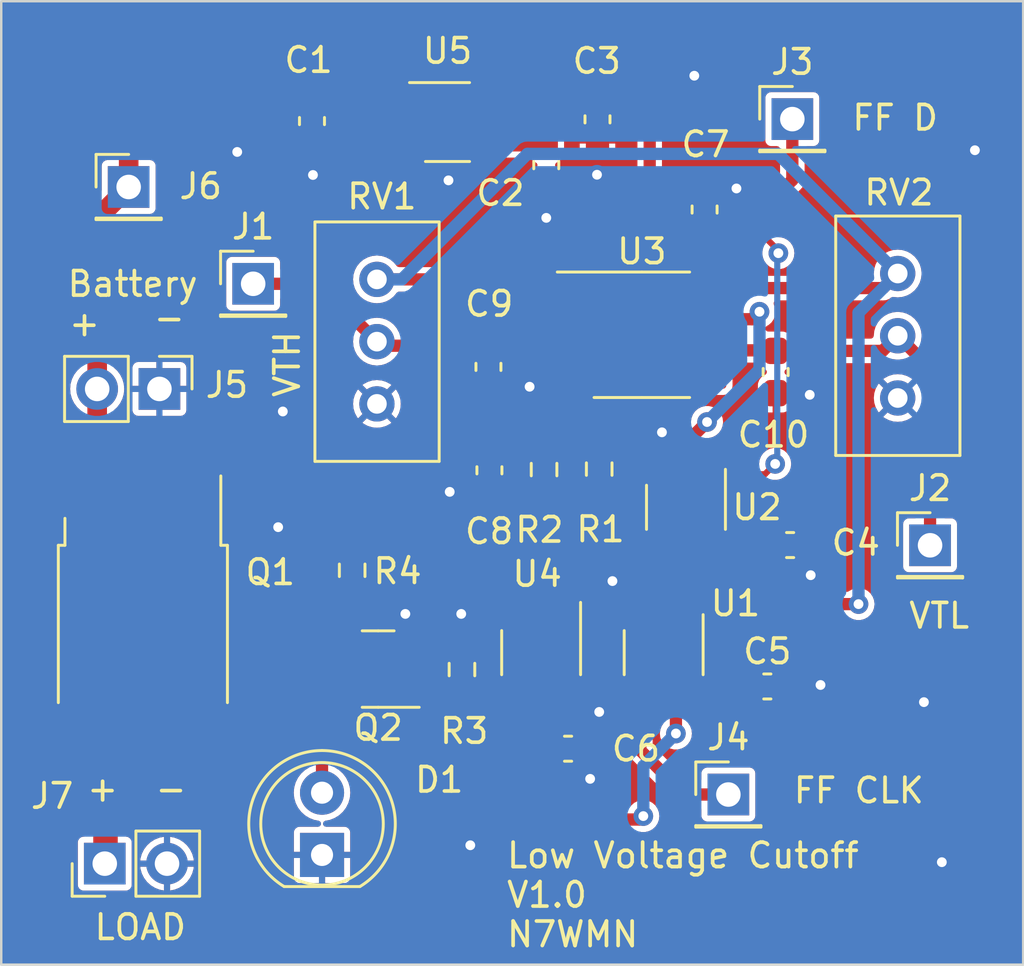
<source format=kicad_pcb>
(kicad_pcb (version 20221018) (generator pcbnew)
  (layers (0 "F.Cu" signal) (31 "B.Cu" signal) (34 "B.Paste" user) (35 "F.Paste" user) (36 "B.SilkS" user "B.Silkscreen") (37 "F.SilkS" user "F.Silkscreen") (38 "B.Mask" user) (39 "F.Mask" user) (44 "Edge.Cuts" user))
  (net 0 "")
  (net 1 "/VDD12")
  (net 2 "GND")
  (net 3 "Net-(U5-BP)")
  (net 4 "/VDD5")
  (net 5 "Net-(U3A-+)")
  (net 6 "Net-(J1-Pin_1)")
  (net 7 "Net-(J2-Pin_1)")
  (net 8 "Net-(D1-A)")
  (net 9 "Net-(J3-Pin_1)")
  (net 10 "Net-(J4-Pin_1)")
  (net 11 "Net-(J7-Pin_1)")
  (net 12 "Net-(Q2-G)")
  (net 13 "Net-(U1-Pad2)")
  (net 14 "Net-(U2-Pad2)")
  (footprint "Capacitor_SMD:C_0603_1608Metric_Pad1.08x0.95mm_HandSolder" (layer "F.Cu") (at 145.77 87.95 -90)
    (fp_text reference "C10" (at 2.56 0.09 -180) (layer "F.SilkS"))
    (fp_text value "0.1uF")
    (fp_line (start -0.146267 -0.51) (end 0.146267 -0.51) (stroke (width 0.12)) (layer "F.SilkS"))
    (fp_line (start -0.146267 0.51) (end 0.146267 0.51) (stroke (width 0.12)) (layer "F.SilkS"))
    (pad "1" smd roundrect (at -0.8625 0 270) (size 1.075 0.95) (layers "F.Cu" "F.Paste" "F.Mask") (net 7 "Net-(J2-Pin_1)"))
    (pad "2" smd roundrect (at 0.8625 0 270) (size 1.075 0.95) (layers "F.Cu" "F.Paste" "F.Mask") (net 2 "GND"))
  )
  (footprint "Connector_PinHeader_2.54mm:PinHeader_1x02_P2.54mm_Vertical" (layer "F.Cu") (at 118.395 108.01 90)
    (fp_text reference "J7" (at 2.76 -2.145 180) (layer "F.SilkS"))
    (fp_text value "Conn_01x02")
    (fp_line (start -1.33 -1.33) (end 0 -1.33) (stroke (width 0.12)) (layer "F.SilkS"))
    (fp_line (start -1.33 0) (end -1.33 -1.33) (stroke (width 0.12)) (layer "F.SilkS"))
    (fp_line (start -1.33 1.27) (end -1.33 3.87) (stroke (width 0.12)) (layer "F.SilkS"))
    (fp_line (start -1.33 1.27) (end 1.33 1.27) (stroke (width 0.12)) (layer "F.SilkS"))
    (fp_line (start -1.33 3.87) (end 1.33 3.87) (stroke (width 0.12)) (layer "F.SilkS"))
    (fp_line (start 1.33 1.27) (end 1.33 3.87) (stroke (width 0.12)) (layer "F.SilkS"))
    (pad "1" thru_hole rect (at 0 0 90) (size 1.7 1.7) (drill 1) (layers "*.Cu" "*.Mask") (net 11 "Net-(J7-Pin_1)"))
    (pad "2" thru_hole oval (at 0 2.54 90) (size 1.7 1.7) (drill 1) (layers "*.Cu" "*.Mask") (net 2 "GND"))
  )
  (footprint "Resistor_SMD:R_0603_1608Metric_Pad0.98x0.95mm_HandSolder" (layer "F.Cu") (at 138.57 91.91 90)
    (fp_text reference "R1" (at -2.46 0.05 180) (layer "F.SilkS"))
    (fp_text value "30K")
    (fp_line (start -0.254724 -0.5225) (end 0.254724 -0.5225) (stroke (width 0.12)) (layer "F.SilkS"))
    (fp_line (start -0.254724 0.5225) (end 0.254724 0.5225) (stroke (width 0.12)) (layer "F.SilkS"))
    (pad "1" smd roundrect (at -0.9125 0 90) (size 0.975 0.95) (layers "F.Cu" "F.Paste" "F.Mask") (net 1 "/VDD12"))
    (pad "2" smd roundrect (at 0.9125 0 90) (size 0.975 0.95) (layers "F.Cu" "F.Paste" "F.Mask") (net 5 "Net-(U3A-+)"))
  )
  (footprint "Resistor_SMD:R_0603_1608Metric_Pad0.98x0.95mm_HandSolder" (layer "F.Cu") (at 132.97 100.09 -90)
    (fp_text reference "R3" (at 2.51 -0.09 -180) (layer "F.SilkS"))
    (fp_text value "10K")
    (fp_line (start -0.254724 -0.5225) (end 0.254724 -0.5225) (stroke (width 0.12)) (layer "F.SilkS"))
    (fp_line (start -0.254724 0.5225) (end 0.254724 0.5225) (stroke (width 0.12)) (layer "F.SilkS"))
    (pad "1" smd roundrect (at -0.9125 0 270) (size 0.975 0.95) (layers "F.Cu" "F.Paste" "F.Mask") (net 2 "GND"))
    (pad "2" smd roundrect (at 0.9125 0 270) (size 0.975 0.95) (layers "F.Cu" "F.Paste" "F.Mask") (net 12 "Net-(Q2-G)"))
  )
  (footprint "Capacitor_SMD:C_0603_1608Metric_Pad1.08x0.95mm_HandSolder" (layer "F.Cu") (at 137.3 103.32)
    (fp_text reference "C6" (at 2.77 0) (layer "F.SilkS"))
    (fp_text value "0.1uF")
    (fp_line (start -0.146267 -0.51) (end 0.146267 -0.51) (stroke (width 0.12)) (layer "F.SilkS"))
    (fp_line (start -0.146267 0.51) (end 0.146267 0.51) (stroke (width 0.12)) (layer "F.SilkS"))
    (pad "1" smd roundrect (at -0.8625 0) (size 1.075 0.95) (layers "F.Cu" "F.Paste" "F.Mask") (net 4 "/VDD5"))
    (pad "2" smd roundrect (at 0.8625 0) (size 1.075 0.95) (layers "F.Cu" "F.Paste" "F.Mask") (net 2 "GND"))
  )
  (footprint "Potentiometer_THT:Potentiometer_Bourns_3296W_Vertical" (layer "F.Cu") (at 150.75 83.93 90)
    (fp_text reference "RV2" (at 3.3 0.05 180) (layer "F.SilkS"))
    (fp_text value "50K")
    (fp_line (start -7.425 -2.53) (end -7.425 2.54) (stroke (width 0.12)) (layer "F.SilkS"))
    (fp_line (start -7.425 -2.53) (end 2.345 -2.53) (stroke (width 0.12)) (layer "F.SilkS"))
    (fp_line (start -7.425 2.54) (end 2.345 2.54) (stroke (width 0.12)) (layer "F.SilkS"))
    (fp_line (start 2.345 -2.53) (end 2.345 2.54) (stroke (width 0.12)) (layer "F.SilkS"))
    (pad "1" thru_hole circle (at 0 0 90) (size 1.44 1.44) (drill 0.8) (layers "*.Cu" "*.Mask") (net 4 "/VDD5"))
    (pad "2" thru_hole circle (at -2.54 0 90) (size 1.44 1.44) (drill 0.8) (layers "*.Cu" "*.Mask") (net 7 "Net-(J2-Pin_1)"))
    (pad "3" thru_hole circle (at -5.08 0 90) (size 1.44 1.44) (drill 0.8) (layers "*.Cu" "*.Mask") (net 2 "GND"))
  )
  (footprint "Package_TO_SOT_SMD:SOT-23-5_HandSoldering" (layer "F.Cu") (at 142.11 93.47 -90)
    (fp_text reference "U2" (at 0 -2.9 -180) (layer "F.SilkS"))
    (fp_text value "74LVC1G86")
    (fp_line (start -0.9 1.61) (end 0.9 1.61) (stroke (width 0.12)) (layer "F.SilkS"))
    (fp_line (start 0.9 -1.61) (end -1.55 -1.61) (stroke (width 0.12)) (layer "F.SilkS"))
    (pad "1" smd rect (at -1.35 -0.95 270) (size 1.56 0.65) (layers "F.Cu" "F.Paste" "F.Mask") (net 9 "Net-(J3-Pin_1)"))
    (pad "2" smd rect (at -1.35 0 270) (size 1.56 0.65) (layers "F.Cu" "F.Paste" "F.Mask") (net 14 "Net-(U2-Pad2)"))
    (pad "3" smd rect (at -1.35 0.95 270) (size 1.56 0.65) (layers "F.Cu" "F.Paste" "F.Mask") (net 2 "GND"))
    (pad "4" smd rect (at 1.35 0.95 270) (size 1.56 0.65) (layers "F.Cu" "F.Paste" "F.Mask") (net 13 "Net-(U1-Pad2)"))
    (pad "5" smd rect (at 1.35 -0.95 270) (size 1.56 0.65) (layers "F.Cu" "F.Paste" "F.Mask") (net 4 "/VDD5"))
  )
  (footprint "Capacitor_SMD:C_0603_1608Metric_Pad1.08x0.95mm_HandSolder" (layer "F.Cu") (at 136.41 79.51 -90)
    (fp_text reference "C2" (at 1.14 1.87 -180) (layer "F.SilkS"))
    (fp_text value "10nF")
    (fp_line (start -0.146267 -0.51) (end 0.146267 -0.51) (stroke (width 0.12)) (layer "F.SilkS"))
    (fp_line (start -0.146267 0.51) (end 0.146267 0.51) (stroke (width 0.12)) (layer "F.SilkS"))
    (pad "1" smd roundrect (at -0.8625 0 270) (size 1.075 0.95) (layers "F.Cu" "F.Paste" "F.Mask") (net 3 "Net-(U5-BP)"))
    (pad "2" smd roundrect (at 0.8625 0 270) (size 1.075 0.95) (layers "F.Cu" "F.Paste" "F.Mask") (net 2 "GND"))
  )
  (footprint "Package_SO:SOIC-8_3.9x4.9mm_P1.27mm" (layer "F.Cu") (at 140.31 86.43)
    (fp_text reference "U3" (at 0 -3.4) (layer "F.SilkS"))
    (fp_text value "MCP6542")
    (fp_line (start 0 -2.56) (end -3.45 -2.56) (stroke (width 0.12)) (layer "F.SilkS"))
    (fp_line (start 0 -2.56) (end 1.95 -2.56) (stroke (width 0.12)) (layer "F.SilkS"))
    (fp_line (start 0 2.56) (end -1.95 2.56) (stroke (width 0.12)) (layer "F.SilkS"))
    (fp_line (start 0 2.56) (end 1.95 2.56) (stroke (width 0.12)) (layer "F.SilkS"))
    (pad "1" smd roundrect (at -2.475 -1.905) (size 1.95 0.6) (layers "F.Cu" "F.Paste" "F.Mask") (net 9 "Net-(J3-Pin_1)"))
    (pad "2" smd roundrect (at -2.475 -0.635) (size 1.95 0.6) (layers "F.Cu" "F.Paste" "F.Mask") (net 6 "Net-(J1-Pin_1)"))
    (pad "3" smd roundrect (at -2.475 0.635) (size 1.95 0.6) (layers "F.Cu" "F.Paste" "F.Mask") (net 5 "Net-(U3A-+)"))
    (pad "4" smd roundrect (at -2.475 1.905) (size 1.95 0.6) (layers "F.Cu" "F.Paste" "F.Mask") (net 2 "GND"))
    (pad "5" smd roundrect (at 2.475 1.905) (size 1.95 0.6) (layers "F.Cu" "F.Paste" "F.Mask") (net 5 "Net-(U3A-+)"))
    (pad "6" smd roundrect (at 2.475 0.635) (size 1.95 0.6) (layers "F.Cu" "F.Paste" "F.Mask") (net 7 "Net-(J2-Pin_1)"))
    (pad "7" smd roundrect (at 2.475 -0.635) (size 1.95 0.6) (layers "F.Cu" "F.Paste" "F.Mask") (net 14 "Net-(U2-Pad2)"))
    (pad "8" smd roundrect (at 2.475 -1.905) (size 1.95 0.6) (layers "F.Cu" "F.Paste" "F.Mask") (net 4 "/VDD5"))
  )
  (footprint "Connector_PinHeader_2.54mm:PinHeader_1x01_P2.54mm_Vertical" (layer "F.Cu") (at 152.07 95.02)
    (fp_text reference "J2" (at 0 -2.33) (layer "F.SilkS"))
    (fp_text value "VTL")
    (fp_line (start -1.33 -1.33) (end 0 -1.33) (stroke (width 0.12)) (layer "F.SilkS"))
    (fp_line (start -1.33 0) (end -1.33 -1.33) (stroke (width 0.12)) (layer "F.SilkS"))
    (fp_line (start -1.33 1.27) (end -1.33 1.33) (stroke (width 0.12)) (layer "F.SilkS"))
    (fp_line (start -1.33 1.27) (end 1.33 1.27) (stroke (width 0.12)) (layer "F.SilkS"))
    (fp_line (start -1.33 1.33) (end 1.33 1.33) (stroke (width 0.12)) (layer "F.SilkS"))
    (fp_line (start 1.33 1.27) (end 1.33 1.33) (stroke (width 0.12)) (layer "F.SilkS"))
    (pad "1" thru_hole rect (at 0 0) (size 1.7 1.7) (drill 1) (layers "*.Cu" "*.Mask") (net 7 "Net-(J2-Pin_1)"))
  )
  (footprint "Resistor_SMD:R_0603_1608Metric_Pad0.98x0.95mm_HandSolder" (layer "F.Cu") (at 136.32 91.93 90)
    (fp_text reference "R2" (at -2.46 -0.19 180) (layer "F.SilkS"))
    (fp_text value "10K")
    (fp_line (start -0.254724 -0.5225) (end 0.254724 -0.5225) (stroke (width 0.12)) (layer "F.SilkS"))
    (fp_line (start -0.254724 0.5225) (end 0.254724 0.5225) (stroke (width 0.12)) (layer "F.SilkS"))
    (pad "1" smd roundrect (at -0.9125 0 90) (size 0.975 0.95) (layers "F.Cu" "F.Paste" "F.Mask") (net 2 "GND"))
    (pad "2" smd roundrect (at 0.9125 0 90) (size 0.975 0.95) (layers "F.Cu" "F.Paste" "F.Mask") (net 5 "Net-(U3A-+)"))
  )
  (footprint "Capacitor_SMD:C_0603_1608Metric_Pad1.08x0.95mm_HandSolder" (layer "F.Cu") (at 145.43 100.78)
    (fp_text reference "C5" (at 0 -1.43) (layer "F.SilkS"))
    (fp_text value "0.1uF")
    (fp_line (start -0.146267 -0.51) (end 0.146267 -0.51) (stroke (width 0.12)) (layer "F.SilkS"))
    (fp_line (start -0.146267 0.51) (end 0.146267 0.51) (stroke (width 0.12)) (layer "F.SilkS"))
    (pad "1" smd roundrect (at -0.8625 0) (size 1.075 0.95) (layers "F.Cu" "F.Paste" "F.Mask") (net 4 "/VDD5"))
    (pad "2" smd roundrect (at 0.8625 0) (size 1.075 0.95) (layers "F.Cu" "F.Paste" "F.Mask") (net 2 "GND"))
  )
  (footprint "Connector_PinHeader_2.54mm:PinHeader_1x01_P2.54mm_Vertical" (layer "F.Cu") (at 124.45 84.35)
    (fp_text reference "J1" (at 0 -2.33) (layer "F.SilkS"))
    (fp_text value "VTH")
    (fp_line (start -1.33 -1.33) (end 0 -1.33) (stroke (width 0.12)) (layer "F.SilkS"))
    (fp_line (start -1.33 0) (end -1.33 -1.33) (stroke (width 0.12)) (layer "F.SilkS"))
    (fp_line (start -1.33 1.27) (end -1.33 1.33) (stroke (width 0.12)) (layer "F.SilkS"))
    (fp_line (start -1.33 1.27) (end 1.33 1.27) (stroke (width 0.12)) (layer "F.SilkS"))
    (fp_line (start -1.33 1.33) (end 1.33 1.33) (stroke (width 0.12)) (layer "F.SilkS"))
    (fp_line (start 1.33 1.27) (end 1.33 1.33) (stroke (width 0.12)) (layer "F.SilkS"))
    (pad "1" thru_hole rect (at 0 0) (size 1.7 1.7) (drill 1) (layers "*.Cu" "*.Mask") (net 6 "Net-(J1-Pin_1)"))
  )
  (footprint "Connector_PinHeader_2.54mm:PinHeader_1x01_P2.54mm_Vertical" (layer "F.Cu") (at 143.84 105.19)
    (fp_text reference "J4" (at 0 -2.33) (layer "F.SilkS"))
    (fp_text value "CLK")
    (fp_line (start -1.33 -1.33) (end 0 -1.33) (stroke (width 0.12)) (layer "F.SilkS"))
    (fp_line (start -1.33 0) (end -1.33 -1.33) (stroke (width 0.12)) (layer "F.SilkS"))
    (fp_line (start -1.33 1.27) (end -1.33 1.33) (stroke (width 0.12)) (layer "F.SilkS"))
    (fp_line (start -1.33 1.27) (end 1.33 1.27) (stroke (width 0.12)) (layer "F.SilkS"))
    (fp_line (start -1.33 1.33) (end 1.33 1.33) (stroke (width 0.12)) (layer "F.SilkS"))
    (fp_line (start 1.33 1.27) (end 1.33 1.33) (stroke (width 0.12)) (layer "F.SilkS"))
    (pad "1" thru_hole rect (at 0 0) (size 1.7 1.7) (drill 1) (layers "*.Cu" "*.Mask") (net 10 "Net-(J4-Pin_1)"))
  )
  (footprint "Connector_PinHeader_2.54mm:PinHeader_1x01_P2.54mm_Vertical" (layer "F.Cu") (at 146.45 77.63)
    (fp_text reference "J3" (at 0 -2.33) (layer "F.SilkS"))
    (fp_text value "D")
    (fp_line (start -1.33 -1.33) (end 0 -1.33) (stroke (width 0.12)) (layer "F.SilkS"))
    (fp_line (start -1.33 0) (end -1.33 -1.33) (stroke (width 0.12)) (layer "F.SilkS"))
    (fp_line (start -1.33 1.27) (end -1.33 1.33) (stroke (width 0.12)) (layer "F.SilkS"))
    (fp_line (start -1.33 1.27) (end 1.33 1.27) (stroke (width 0.12)) (layer "F.SilkS"))
    (fp_line (start -1.33 1.33) (end 1.33 1.33) (stroke (width 0.12)) (layer "F.SilkS"))
    (fp_line (start 1.33 1.27) (end 1.33 1.33) (stroke (width 0.12)) (layer "F.SilkS"))
    (pad "1" thru_hole rect (at 0 0) (size 1.7 1.7) (drill 1) (layers "*.Cu" "*.Mask") (net 9 "Net-(J3-Pin_1)"))
  )
  (footprint "Package_TO_SOT_SMD:SOT-23-5_HandSoldering" (layer "F.Cu") (at 132.38 77.75)
    (fp_text reference "U5" (at 0 -2.9) (layer "F.SilkS"))
    (fp_text value "LP2985-5.0")
    (fp_line (start -0.9 1.61) (end 0.9 1.61) (stroke (width 0.12)) (layer "F.SilkS"))
    (fp_line (start 0.9 -1.61) (end -1.55 -1.61) (stroke (width 0.12)) (layer "F.SilkS"))
    (pad "1" smd rect (at -1.35 -0.95) (size 1.56 0.65) (layers "F.Cu" "F.Paste" "F.Mask") (net 1 "/VDD12"))
    (pad "2" smd rect (at -1.35 0) (size 1.56 0.65) (layers "F.Cu" "F.Paste" "F.Mask") (net 2 "GND"))
    (pad "3" smd rect (at -1.35 0.95) (size 1.56 0.65) (layers "F.Cu" "F.Paste" "F.Mask") (net 1 "/VDD12"))
    (pad "4" smd rect (at 1.35 0.95) (size 1.56 0.65) (layers "F.Cu" "F.Paste" "F.Mask") (net 3 "Net-(U5-BP)"))
    (pad "5" smd rect (at 1.35 -0.95) (size 1.56 0.65) (layers "F.Cu" "F.Paste" "F.Mask") (net 4 "/VDD5"))
  )
  (footprint "Capacitor_SMD:C_0603_1608Metric_Pad1.08x0.95mm_HandSolder" (layer "F.Cu") (at 146.36 95.01)
    (fp_text reference "C4" (at 2.68 -0.09) (layer "F.SilkS"))
    (fp_text value "0.1uF")
    (fp_line (start -0.146267 -0.51) (end 0.146267 -0.51) (stroke (width 0.12)) (layer "F.SilkS"))
    (fp_line (start -0.146267 0.51) (end 0.146267 0.51) (stroke (width 0.12)) (layer "F.SilkS"))
    (pad "1" smd roundrect (at -0.8625 0) (size 1.075 0.95) (layers "F.Cu" "F.Paste" "F.Mask") (net 4 "/VDD5"))
    (pad "2" smd roundrect (at 0.8625 0) (size 1.075 0.95) (layers "F.Cu" "F.Paste" "F.Mask") (net 2 "GND"))
  )
  (footprint "Capacitor_SMD:C_0603_1608Metric_Pad1.08x0.95mm_HandSolder" (layer "F.Cu") (at 138.5 77.64 -90)
    (fp_text reference "C3" (at -2.38 0.03 -180) (layer "F.SilkS"))
    (fp_text value "2.2uF")
    (fp_line (start -0.146267 -0.51) (end 0.146267 -0.51) (stroke (width 0.12)) (layer "F.SilkS"))
    (fp_line (start -0.146267 0.51) (end 0.146267 0.51) (stroke (width 0.12)) (layer "F.SilkS"))
    (pad "1" smd roundrect (at -0.8625 0 270) (size 1.075 0.95) (layers "F.Cu" "F.Paste" "F.Mask") (net 4 "/VDD5"))
    (pad "2" smd roundrect (at 0.8625 0 270) (size 1.075 0.95) (layers "F.Cu" "F.Paste" "F.Mask") (net 2 "GND"))
  )
  (footprint "LED_THT:LED_D5.0mm" (layer "F.Cu") (at 127.26 107.655 90)
    (fp_text reference "D1" (at 3.065 4.78 180) (layer "F.SilkS"))
    (fp_text value "LED")
    (fp_line (start -1.29 -1.545) (end -1.29 1.545) (stroke (width 0.12)) (layer "F.SilkS"))
    (fp_arc (start -1.29 -1.54483) (mid 2.072002 -2.880433) (end 4.26 0.000462) (stroke (width 0.12)) (layer "F.SilkS"))
    (fp_arc (start 4.26 -0.000462) (mid 2.072002 2.880433) (end -1.29 1.54483) (stroke (width 0.12)) (layer "F.SilkS"))
    (fp_circle (center 1.27 0) (end 3.77 0) (stroke (width 0.12)) (fill none) (layer "F.SilkS"))
    (pad "1" thru_hole rect (at 0 0 90) (size 1.8 1.8) (drill 0.9) (layers "*.Cu" "*.Mask") (net 2 "GND"))
    (pad "2" thru_hole circle (at 2.54 0 90) (size 1.8 1.8) (drill 0.9) (layers "*.Cu" "*.Mask") (net 8 "Net-(D1-A)"))
  )
  (footprint "Capacitor_SMD:C_0603_1608Metric_Pad1.08x0.95mm_HandSolder" (layer "F.Cu") (at 142.87 81.32 90)
    (fp_text reference "C7" (at 2.66 0.04 180) (layer "F.SilkS"))
    (fp_text value "0.1uF")
    (fp_line (start -0.146267 -0.51) (end 0.146267 -0.51) (stroke (width 0.12)) (layer "F.SilkS"))
    (fp_line (start -0.146267 0.51) (end 0.146267 0.51) (stroke (width 0.12)) (layer "F.SilkS"))
    (pad "1" smd roundrect (at -0.8625 0 90) (size 1.075 0.95) (layers "F.Cu" "F.Paste" "F.Mask") (net 4 "/VDD5"))
    (pad "2" smd roundrect (at 0.8625 0 90) (size 1.075 0.95) (layers "F.Cu" "F.Paste" "F.Mask") (net 2 "GND"))
  )
  (footprint "Package_TO_SOT_SMD:SOT-23-5_HandSoldering" (layer "F.Cu") (at 141.2 99.4 -90)
    (fp_text reference "U1" (at -2.01 -2.93 -180) (layer "F.SilkS"))
    (fp_text value "74LVC1G04")
    (fp_line (start -0.9 1.61) (end 0.9 1.61) (stroke (width 0.12)) (layer "F.SilkS"))
    (fp_line (start 0.9 -1.61) (end -1.55 -1.61) (stroke (width 0.12)) (layer "F.SilkS"))
    (pad "1" smd rect (at -1.35 -0.95 270) (size 1.56 0.65) (layers "F.Cu" "F.Paste" "F.Mask"))
    (pad "2" smd rect (at -1.35 0 270) (size 1.56 0.65) (layers "F.Cu" "F.Paste" "F.Mask") (net 13 "Net-(U1-Pad2)"))
    (pad "3" smd rect (at -1.35 0.95 270) (size 1.56 0.65) (layers "F.Cu" "F.Paste" "F.Mask") (net 2 "GND"))
    (pad "4" smd rect (at 1.35 0.95 270) (size 1.56 0.65) (layers "F.Cu" "F.Paste" "F.Mask") (net 10 "Net-(J4-Pin_1)"))
    (pad "5" smd rect (at 1.35 -0.95 270) (size 1.56 0.65) (layers "F.Cu" "F.Paste" "F.Mask") (net 4 "/VDD5"))
  )
  (footprint "Package_TO_SOT_SMD:SOT-23-6_Handsoldering" (layer "F.Cu") (at 136.2 99.4 -90)
    (fp_text reference "U4" (at -3.21 0.16 -180) (layer "F.SilkS"))
    (fp_text value "74LVC1G374")
    (fp_line (start -0.9 1.61) (end 0.9 1.61) (stroke (width 0.12)) (layer "F.SilkS"))
    (fp_line (start 0.9 -1.61) (end -2.05 -1.61) (stroke (width 0.12)) (layer "F.SilkS"))
    (pad "1" smd rect (at -1.35 -0.95 270) (size 1.56 0.65) (layers "F.Cu" "F.Paste" "F.Mask") (net 10 "Net-(J4-Pin_1)"))
    (pad "2" smd rect (at -1.35 0 270) (size 1.56 0.65) (layers "F.Cu" "F.Paste" "F.Mask") (net 2 "GND"))
    (pad "3" smd rect (at -1.35 0.95 270) (size 1.56 0.65) (layers "F.Cu" "F.Paste" "F.Mask") (net 9 "Net-(J3-Pin_1)"))
    (pad "4" smd rect (at 1.35 0.95 270) (size 1.56 0.65) (layers "F.Cu" "F.Paste" "F.Mask") (net 12 "Net-(Q2-G)"))
    (pad "5" smd rect (at 1.35 0 270) (size 1.56 0.65) (layers "F.Cu" "F.Paste" "F.Mask") (net 4 "/VDD5"))
    (pad "6" smd rect (at 1.35 -0.95 270) (size 1.56 0.65) (layers "F.Cu" "F.Paste" "F.Mask") (net 2 "GND"))
  )
  (footprint "Connector_PinHeader_2.54mm:PinHeader_1x02_P2.54mm_Vertical" (layer "F.Cu") (at 120.625 88.64 -90)
    (fp_text reference "J5" (at -0.16 -2.755 -180) (layer "F.SilkS"))
    (fp_text value "Conn_01x02")
    (fp_line (start -1.33 -1.33) (end 0 -1.33) (stroke (width 0.12)) (layer "F.SilkS"))
    (fp_line (start -1.33 0) (end -1.33 -1.33) (stroke (width 0.12)) (layer "F.SilkS"))
    (fp_line (start -1.33 1.27) (end -1.33 3.87) (stroke (width 0.12)) (layer "F.SilkS"))
    (fp_line (start -1.33 1.27) (end 1.33 1.27) (stroke (width 0.12)) (layer "F.SilkS"))
    (fp_line (start -1.33 3.87) (end 1.33 3.87) (stroke (width 0.12)) (layer "F.SilkS"))
    (fp_line (start 1.33 1.27) (end 1.33 3.87) (stroke (width 0.12)) (layer "F.SilkS"))
    (pad "1" thru_hole rect (at 0 0 270) (size 1.7 1.7) (drill 1) (layers "*.Cu" "*.Mask") (net 2 "GND"))
    (pad "2" thru_hole oval (at 0 2.54 270) (size 1.7 1.7) (drill 1) (layers "*.Cu" "*.Mask") (net 1 "/VDD12"))
  )
  (footprint "Package_TO_SOT_SMD:SOT-23" (layer "F.Cu") (at 129.55 100.07 180)
    (fp_text reference "Q2" (at 0 -2.4) (layer "F.SilkS"))
    (fp_text value "2N7002")
    (fp_line (start 0 -1.56) (end -1.675 -1.56) (stroke (width 0.12)) (layer "F.SilkS"))
    (fp_line (start 0 -1.56) (end 0.65 -1.56) (stroke (width 0.12)) (layer "F.SilkS"))
    (fp_line (start 0 1.56) (end -0.65 1.56) (stroke (width 0.12)) (layer "F.SilkS"))
    (fp_line (start 0 1.56) (end 0.65 1.56) (stroke (width 0.12)) (layer "F.SilkS"))
    (pad "1" smd roundrect (at -0.9375 -0.95 180) (size 1.475 0.6) (layers "F.Cu" "F.Paste" "F.Mask") (net 12 "Net-(Q2-G)"))
    (pad "2" smd roundrect (at -0.9375 0.95 180) (size 1.475 0.6) (layers "F.Cu" "F.Paste" "F.Mask") (net 2 "GND"))
    (pad "3" smd roundrect (at 0.9375 0 180) (size 1.475 0.6) (layers "F.Cu" "F.Paste" "F.Mask") (net 8 "Net-(D1-A)"))
  )
  (footprint "Connector_PinHeader_2.54mm:PinHeader_1x01_P2.54mm_Vertical" (layer "F.Cu") (at 119.37 80.4)
    (fp_text reference "J6" (at 2.94 -0.03) (layer "F.SilkS"))
    (fp_text value "VDD12")
    (fp_line (start -1.33 -1.33) (end 0 -1.33) (stroke (width 0.12)) (layer "F.SilkS"))
    (fp_line (start -1.33 0) (end -1.33 -1.33) (stroke (width 0.12)) (layer "F.SilkS"))
    (fp_line (start -1.33 1.27) (end -1.33 1.33) (stroke (width 0.12)) (layer "F.SilkS"))
    (fp_line (start -1.33 1.27) (end 1.33 1.27) (stroke (width 0.12)) (layer "F.SilkS"))
    (fp_line (start -1.33 1.33) (end 1.33 1.33) (stroke (width 0.12)) (layer "F.SilkS"))
    (fp_line (start 1.33 1.27) (end 1.33 1.33) (stroke (width 0.12)) (layer "F.SilkS"))
    (pad "1" thru_hole rect (at 0 0) (size 1.7 1.7) (drill 1) (layers "*.Cu" "*.Mask") (net 1 "/VDD12"))
  )
  (footprint "Capacitor_SMD:C_0603_1608Metric_Pad1.08x0.95mm_HandSolder" (layer "F.Cu") (at 134.05 87.74 -90)
    (fp_text reference "C9" (at -2.57 -0.03 -180) (layer "F.SilkS"))
    (fp_text value "0.1uF")
    (fp_line (start -0.146267 -0.51) (end 0.146267 -0.51) (stroke (width 0.12)) (layer "F.SilkS"))
    (fp_line (start -0.146267 0.51) (end 0.146267 0.51) (stroke (width 0.12)) (layer "F.SilkS"))
    (pad "1" smd roundrect (at -0.8625 0 270) (size 1.075 0.95) (layers "F.Cu" "F.Paste" "F.Mask") (net 6 "Net-(J1-Pin_1)"))
    (pad "2" smd roundrect (at 0.8625 0 270) (size 1.075 0.95) (layers "F.Cu" "F.Paste" "F.Mask") (net 2 "GND"))
  )
  (footprint "Package_TO_SOT_SMD:TO-252-2" (layer "F.Cu") (at 119.95 98.33 -90)
    (fp_text reference "Q1" (at -2.21 -5.2 -180) (layer "F.SilkS"))
    (fp_text value "SUD19P06-60")
    (fp_line (start -3.31 -3.45) (end -3.31 -3.18) (stroke (width 0.12)) (layer "F.SilkS"))
    (fp_line (start -3.31 -3.18) (end -6.14 -3.18) (stroke (width 0.12)) (layer "F.SilkS"))
    (fp_line (start -3.31 3.18) (end -4.41 3.18) (stroke (width 0.12)) (layer "F.SilkS"))
    (fp_line (start -3.31 3.45) (end -3.31 3.18) (stroke (width 0.12)) (layer "F.SilkS"))
    (fp_line (start 3.11 -3.45) (end -3.31 -3.45) (stroke (width 0.12)) (layer "F.SilkS"))
    (fp_line (start 3.11 3.45) (end -3.31 3.45) (stroke (width 0.12)) (layer "F.SilkS"))
    (pad "1" smd roundrect (at -5.04 -2.28 270) (size 2.2 1.2) (layers "F.Cu" "F.Paste" "F.Mask") (roundrect_rratio 0.208333) (net 8 "Net-(D1-A)"))
    (pad "2" smd roundrect (at -0.415 -1.525 270) (size 3.05 2.75) (layers "F.Cu" "F.Paste") (roundrect_rratio 0.090909) (net 11 "Net-(J7-Pin_1)"))
    (pad "2" smd roundrect (at -0.415 1.525 270) (size 3.05 2.75) (layers "F.Cu" "F.Paste") (roundrect_rratio 0.090909) (net 11 "Net-(J7-Pin_1)"))
    (pad "2" smd roundrect (at 1.26 0 270) (size 6.4 5.8) (layers "F.Cu" "F.Mask") (roundrect_rratio 0.043103) (net 11 "Net-(J7-Pin_1)"))
    (pad "2" smd roundrect (at 2.935 -1.525 270) (size 3.05 2.75) (layers "F.Cu" "F.Paste") (roundrect_rratio 0.090909) (net 11 "Net-(J7-Pin_1)"))
    (pad "2" smd roundrect (at 2.935 1.525 270) (size 3.05 2.75) (layers "F.Cu" "F.Paste") (roundrect_rratio 0.090909) (net 11 "Net-(J7-Pin_1)"))
    (pad "3" smd roundrect (at -5.04 2.28 270) (size 2.2 1.2) (layers "F.Cu" "F.Paste" "F.Mask") (roundrect_rratio 0.208333) (net 1 "/VDD12"))
  )
  (footprint "Capacitor_SMD:C_0603_1608Metric_Pad1.08x0.95mm_HandSolder" (layer "F.Cu") (at 134.09 91.96 -90)
    (fp_text reference "C8" (at 2.49 0.01 -180) (layer "F.SilkS"))
    (fp_text value "0.1uF")
    (fp_line (start -0.146267 -0.51) (end 0.146267 -0.51) (stroke (width 0.12)) (layer "F.SilkS"))
    (fp_line (start -0.146267 0.51) (end 0.146267 0.51) (stroke (width 0.12)) (layer "F.SilkS"))
    (pad "1" smd roundrect (at -0.8625 0 270) (size 1.075 0.95) (layers "F.Cu" "F.Paste" "F.Mask") (net 5 "Net-(U3A-+)"))
    (pad "2" smd roundrect (at 0.8625 0 270) (size 1.075 0.95) (layers "F.Cu" "F.Paste" "F.Mask") (net 2 "GND"))
  )
  (footprint "Capacitor_SMD:C_0603_1608Metric_Pad1.08x0.95mm_HandSolder" (layer "F.Cu") (at 126.85 77.71 -90)
    (fp_text reference "C1" (at -2.49 0.14 -180) (layer "F.SilkS"))
    (fp_text value "2.2uF")
    (fp_line (start -0.146267 -0.51) (end 0.146267 -0.51) (stroke (width 0.12)) (layer "F.SilkS"))
    (fp_line (start -0.146267 0.51) (end 0.146267 0.51) (stroke (width 0.12)) (layer "F.SilkS"))
    (pad "1" smd roundrect (at -0.8625 0 270) (size 1.075 0.95) (layers "F.Cu" "F.Paste" "F.Mask") (net 1 "/VDD12"))
    (pad "2" smd roundrect (at 0.8625 0 270) (size 1.075 0.95) (layers "F.Cu" "F.Paste" "F.Mask") (net 2 "GND"))
  )
  (footprint "Resistor_SMD:R_0603_1608Metric_Pad0.98x0.95mm_HandSolder" (layer "F.Cu") (at 128.49 96.04 90)
    (fp_text reference "R4" (at -0.04 1.85 180) (layer "F.SilkS"))
    (fp_text value "10K")
    (fp_line (start -0.254724 -0.5225) (end 0.254724 -0.5225) (stroke (width 0.12)) (layer "F.SilkS"))
    (fp_line (start -0.254724 0.5225) (end 0.254724 0.5225) (stroke (width 0.12)) (layer "F.SilkS"))
    (pad "1" smd roundrect (at -0.9125 0 90) (size 0.975 0.95) (layers "F.Cu" "F.Paste" "F.Mask") (net 8 "Net-(D1-A)"))
    (pad "2" smd roundrect (at 0.9125 0 90) (size 0.975 0.95) (layers "F.Cu" "F.Paste" "F.Mask") (net 1 "/VDD12"))
  )
  (footprint "Potentiometer_THT:Potentiometer_Bourns_3296W_Vertical" (layer "F.Cu") (at 129.5 84.17 90)
    (fp_text reference "RV1" (at 3.38 0.2 180) (layer "F.SilkS"))
    (fp_text value "50K")
    (fp_line (start -7.425 -2.53) (end -7.425 2.54) (stroke (width 0.12)) (layer "F.SilkS"))
    (fp_line (start -7.425 -2.53) (end 2.345 -2.53) (stroke (width 0.12)) (layer "F.SilkS"))
    (fp_line (start -7.425 2.54) (end 2.345 2.54) (stroke (width 0.12)) (layer "F.SilkS"))
    (fp_line (start 2.345 -2.53) (end 2.345 2.54) (stroke (width 0.12)) (layer "F.SilkS"))
    (pad "1" thru_hole circle (at 0 0 90) (size 1.44 1.44) (drill 0.8) (layers "*.Cu" "*.Mask") (net 4 "/VDD5"))
    (pad "2" thru_hole circle (at -2.54 0 90) (size 1.44 1.44) (drill 0.8) (layers "*.Cu" "*.Mask") (net 6 "Net-(J1-Pin_1)"))
    (pad "3" thru_hole circle (at -5.08 0 90) (size 1.44 1.44) (drill 0.8) (layers "*.Cu" "*.Mask") (net 2 "GND"))
  )
  (gr_rect (start 114.17 72.82) (end 155.87 112.13) (stroke (width 0.1)) (fill none) (layer "Edge.Cuts"))
  (gr_text "FF CLK" (at 146.42 105.61) (layer "F.SilkS") (effects (font (size 1 1)) (justify left bottom)))
  (gr_text "Battery" (at 116.79 84.94) (layer "F.SilkS") (effects (font (size 1 1)) (justify left bottom)))
  (gr_text "FF D" (at 148.81 78.16) (layer "F.SilkS") (effects (font (size 1 1)) (justify left bottom)))
  (gr_text "-" (at 120.31 86.32) (layer "F.SilkS") (effects (font (size 1 1)) (justify left bottom)))
  (gr_text "LOAD" (at 117.89 111.19) (layer "F.SilkS") (effects (font (size 1 1)) (justify left bottom)))
  (gr_text "+" (at 116.85 86.55) (layer "F.SilkS") (effects (font (size 1 1)) (justify left bottom)))
  (gr_text "+" (at 117.59 105.54) (layer "F.SilkS") (effects (font (size 1 1)) (justify left bottom)))
  (gr_text "VTL" (at 151.13 98.48) (layer "F.SilkS") (effects (font (size 1 1)) (justify left bottom)))
  (gr_text "Low Voltage Cutoff\nV1.0\nN7WMN" (at 134.72 111.48) (layer "F.SilkS") (effects (font (size 1 1)) (justify left bottom)))
  (gr_text "VTH" (at 126.42 89.06 90) (layer "F.SilkS") (effects (font (size 1 1)) (justify left bottom)))
  (gr_text "-" (at 120.38 105.54) (layer "F.SilkS") (effects (font (size 1 1)) (justify left bottom)))
  (segment (start 118.085 91.2) (end 118.085 92.875) (width 0.8) (layer "F.Cu") (net 1))
  (segment (start 138.57 92.8225) (end 136.265 95.1275) (width 0.5) (layer "F.Cu") (net 1))
  (segment (start 131.03 78.7) (end 129.18 78.7) (width 0.25) (layer "F.Cu") (net 1))
  (segment (start 126.8975 76.8) (end 128.66 76.8) (width 0.8) (layer "F.Cu") (net 1))
  (segment (start 118.085 81.685) (end 118.085 88.64) (width 0.8) (layer "F.Cu") (net 1))
  (segment (start 128.66 76.8) (end 131.03 76.8) (width 0.8) (layer "F.Cu") (net 1))
  (segment (start 118.265 91.02) (end 118.085 91.2) (width 0.5) (layer "F.Cu") (net 1))
  (segment (start 126.85 76.8475) (end 126.8975 76.8) (width 0.8) (layer "F.Cu") (net 1))
  (segment (start 128.49 94.81) (end 124.7 91.02) (width 0.5) (layer "F.Cu") (net 1))
  (segment (start 119.37 80.4) (end 118.085 81.685) (width 0.8) (layer "F.Cu") (net 1))
  (segment (start 129.18 78.7) (end 128.66 78.18) (width 0.25) (layer "F.Cu") (net 1))
  (segment (start 121.5225 76.8475) (end 126.85 76.8475) (width 0.8) (layer "F.Cu") (net 1))
  (segment (start 136.265 95.1275) (end 128.49 95.1275) (width 0.5) (layer "F.Cu") (net 1))
  (segment (start 128.66 78.18) (end 128.66 76.8) (width 0.25) (layer "F.Cu") (net 1))
  (segment (start 124.7 91.02) (end 118.265 91.02) (width 0.5) (layer "F.Cu") (net 1))
  (segment (start 118.085 88.64) (end 118.085 91.2) (width 0.8) (layer "F.Cu") (net 1))
  (segment (start 119.37 80.4) (end 119.37 79) (width 0.8) (layer "F.Cu") (net 1))
  (segment (start 118.085 92.875) (end 117.67 93.29) (width 0.8) (layer "F.Cu") (net 1))
  (segment (start 128.49 95.1275) (end 128.49 94.81) (width 0.5) (layer "F.Cu") (net 1))
  (segment (start 119.37 79) (end 121.5225 76.8475) (width 0.8) (layer "F.Cu") (net 1))
  (segment (start 134.11 92.8425) (end 134.09 92.8225) (width 0.5) (layer "F.Cu") (net 2))
  (segment (start 136.32 92.8425) (end 134.11 92.8425) (width 0.5) (layer "F.Cu") (net 2))
  (via (at 136.41 81.66) (size 0.8) (drill 0.4) (layers "F.Cu" "B.Cu") (net 2))
  (via (at 151.82 101.42) (size 0.8) (drill 0.4) (layers "F.Cu" "B.Cu") (net 2))
  (via (at 135.73 88.55) (size 0.8) (drill 0.4) (layers "F.Cu" "B.Cu") (net 2))
  (via (at 125.66 89.56) (size 0.8) (drill 0.4) (layers "F.Cu" "B.Cu") (net 2))
  (via (at 147.6 100.72) (size 0.8) (drill 0.4) (layers "F.Cu" "B.Cu") (net 2))
  (via (at 138.48 79.9) (size 0.8) (drill 0.4) (layers "F.Cu" "B.Cu") (net 2))
  (via (at 153.9 78.9) (size 0.8) (drill 0.4) (layers "F.Cu" "B.Cu") (net 2))
  (via (at 138.2 104.55) (size 0.8) (drill 0.4) (layers "F.Cu" "B.Cu") (net 2))
  (via (at 152.55 107.95) (size 0.8) (drill 0.4) (layers "F.Cu" "B.Cu") (net 2))
  (via (at 132.47 92.84) (size 0.8) (drill 0.4) (layers "F.Cu" "B.Cu") (net 2))
  (via (at 132.42 80.13) (size 0.8) (drill 0.4) (layers "F.Cu" "B.Cu") (net 2))
  (via (at 133.31 107.26) (size 0.8) (drill 0.4) (layers "F.Cu" "B.Cu") (net 2))
  (via (at 142.45 75.86) (size 0.8) (drill 0.4) (layers "F.Cu" "B.Cu") (net 2))
  (via (at 126.89 79.91) (size 0.8) (drill 0.4) (layers "F.Cu" "B.Cu") (net 2))
  (via (at 138.57 101.82) (size 0.8) (drill 0.4) (layers "F.Cu" "B.Cu") (net 2))
  (via (at 141.13 90.41) (size 0.8) (drill 0.4) (layers "F.Cu" "B.Cu") (net 2))
  (via (at 147.2 96.24) (size 0.8) (drill 0.4) (layers "F.Cu" "B.Cu") (net 2))
  (via (at 144.17 80.46) (size 0.8) (drill 0.4) (layers "F.Cu" "B.Cu") (net 2))
  (via (at 125.47 94.28) (size 0.8) (drill 0.4) (layers "F.Cu" "B.Cu") (net 2))
  (via (at 123.8 78.97) (size 0.8) (drill 0.4) (layers "F.Cu" "B.Cu") (net 2))
  (via (at 147.16 88.88) (size 0.8) (drill 0.4) (layers "F.Cu" "B.Cu") (net 2))
  (via (at 130.66 97.82) (size 0.8) (drill 0.4) (layers "F.Cu" "B.Cu") (net 2))
  (via (at 132.94 97.82) (size 0.8) (drill 0.4) (layers "F.Cu" "B.Cu") (net 2))
  (via (at 139.11 96.48) (size 0.8) (drill 0.4) (layers "F.Cu" "B.Cu") (net 2))
  (segment (start 136.3575 78.7) (end 136.41 78.6475) (width 0.5) (layer "F.Cu") (net 3))
  (segment (start 133.73 78.7) (end 136.3575 78.7) (width 0.5) (layer "F.Cu") (net 3))
  (segment (start 136.4375 104.8875) (end 137.76 106.21) (width 0.5) (layer "F.Cu") (net 4))
  (segment (start 136.4375 103.32) (end 136.4375 104.8875) (width 0.5) (layer "F.Cu") (net 4))
  (segment (start 150.155 84.525) (end 150.75 83.93) (width 0.5) (layer "F.Cu") (net 4))
  (segment (start 144.35 98.75) (end 144.5675 98.9675) (width 0.5) (layer "F.Cu") (net 4))
  (segment (start 140.63 81.26) (end 140.63 77.65) (width 0.5) (layer "F.Cu") (net 4))
  (segment (start 145.4975 95.01) (end 145.4975 97.6025) (width 0.5) (layer "F.Cu") (net 4))
  (segment (start 145.4975 97.6025) (end 144.35 98.75) (width 0.5) (layer "F.Cu") (net 4))
  (segment (start 133.73 76.8) (end 138.4775 76.8) (width 0.5) (layer "F.Cu") (net 4))
  (segment (start 137.76 106.21) (end 140.23 106.21) (width 0.5) (layer "F.Cu") (net 4))
  (segment (start 149.15 97.42) (end 145.68 97.42) (width 0.5) (layer "F.Cu") (net 4))
  (segment (start 136.2 103.0825) (end 136.2 100.75) (width 0.5) (layer "F.Cu") (net 4))
  (segment (start 138.4775 76.8) (end 138.5 76.7775) (width 0.5) (layer "F.Cu") (net 4))
  (segment (start 144.5375 100.75) (end 144.5675 100.78) (width 0.5) (layer "F.Cu") (net 4))
  (segment (start 143.06 94.82) (end 145.3075 94.82) (width 0.5) (layer "F.Cu") (net 4))
  (segment (start 140.63 77.65) (end 139.7575 76.7775) (width 0.5) (layer "F.Cu") (net 4))
  (segment (start 142.87 82.1825) (end 141.5525 82.1825) (width 0.5) (layer "F.Cu") (net 4))
  (segment (start 142.15 100.75) (end 144.5375 100.75) (width 0.5) (layer "F.Cu") (net 4))
  (segment (start 144.5675 98.9675) (end 144.5675 100.78) (width 0.5) (layer "F.Cu") (net 4))
  (segment (start 129.5 84.17) (end 135.102082 84.17) (width 0.5) (layer "F.Cu") (net 4))
  (segment (start 145.3075 94.82) (end 145.4975 95.01) (width 0.5) (layer "F.Cu") (net 4))
  (segment (start 145.68 97.42) (end 145.4975 97.6025) (width 0.5) (layer "F.Cu") (net 4))
  (segment (start 135.102082 84.17) (end 137.089582 82.1825) (width 0.5) (layer "F.Cu") (net 4))
  (segment (start 139.7575 76.7775) (end 138.5 76.7775) (width 0.5) (layer "F.Cu") (net 4))
  (segment (start 140.23 106.21) (end 140.37 106.07) (width 0.5) (layer "F.Cu") (net 4))
  (segment (start 136.4375 103.32) (end 136.2 103.0825) (width 0.5) (layer "F.Cu") (net 4))
  (segment (start 142.785 84.525) (end 150.155 84.525) (width 0.5) (layer "F.Cu") (net 4))
  (segment (start 137.089582 82.1825) (end 141.5525 82.1825) (width 0.5) (layer "F.Cu") (net 4))
  (segment (start 141.7 102.7) (end 141.7 101.2) (width 0.5) (layer "F.Cu") (net 4))
  (segment (start 141.5525 82.1825) (end 140.63 81.26) (width 0.5) (layer "F.Cu") (net 4))
  (segment (start 141.7 101.2) (end 142.15 100.75) (width 0.5) (layer "F.Cu") (net 4))
  (via (at 149.15 97.42) (size 0.8) (drill 0.4) (layers "F.Cu" "B.Cu") (net 4))
  (via (at 141.7 102.7) (size 0.8) (drill 0.4) (layers "F.Cu" "B.Cu") (net 4))
  (via (at 140.37 106.07) (size 0.8) (drill 0.4) (layers "F.Cu" "B.Cu") (net 4))
  (segment (start 140.37 106.07) (end 140.37 104.03) (width 0.5) (layer "B.Cu") (net 4))
  (segment (start 150.75 83.93) (end 145.87 79.05) (width 0.5) (layer "B.Cu") (net 4))
  (segment (start 140.37 104.03) (end 141.7 102.7) (width 0.5) (layer "B.Cu") (net 4))
  (segment (start 149.15 85.53) (end 149.15 97.42) (width 0.5) (layer "B.Cu") (net 4))
  (segment (start 145.87 79.05) (end 135.638233 79.05) (width 0.5) (layer "B.Cu") (net 4))
  (segment (start 150.75 83.93) (end 149.15 85.53) (width 0.5) (layer "B.Cu") (net 4))
  (segment (start 130.518233 84.17) (end 129.5 84.17) (width 0.5) (layer "B.Cu") (net 4))
  (segment (start 135.638233 79.05) (end 130.518233 84.17) (width 0.5) (layer "B.Cu") (net 4))
  (segment (start 141.2325 88.335) (end 142.785 88.335) (width 0.5) (layer "F.Cu") (net 5))
  (segment (start 139.9625 87.065) (end 141.2325 88.335) (width 0.5) (layer "F.Cu") (net 5))
  (segment (start 137.835 87.065) (end 139.9625 87.065) (width 0.5) (layer "F.Cu") (net 5))
  (segment (start 138.55 91.0175) (end 138.57 90.9975) (width 0.5) (layer "F.Cu") (net 5))
  (segment (start 138.57 90.9975) (end 141.2325 88.335) (width 0.5) (layer "F.Cu") (net 5))
  (segment (start 134.09 91.0975) (end 136.24 91.0975) (width 0.5) (layer "F.Cu") (net 5))
  (segment (start 136.24 91.0975) (end 136.32 91.0175) (width 0.5) (layer "F.Cu") (net 5))
  (segment (start 136.32 91.0175) (end 138.55 91.0175) (width 0.5) (layer "F.Cu") (net 5))
  (segment (start 129.6675 86.8775) (end 129.5 86.71) (width 0.5) (layer "F.Cu") (net 6))
  (segment (start 134.05 86.8775) (end 135.1325 85.795) (width 0.5) (layer "F.Cu") (net 6))
  (segment (start 135.1325 85.795) (end 137.835 85.795) (width 0.5) (layer "F.Cu") (net 6))
  (segment (start 127.14 84.35) (end 129.5 86.71) (width 0.5) (layer "F.Cu") (net 6))
  (segment (start 124.45 84.35) (end 127.14 84.35) (width 0.5) (layer "F.Cu") (net 6))
  (segment (start 134.05 86.8775) (end 129.6675 86.8775) (width 0.5) (layer "F.Cu") (net 6))
  (segment (start 145.7475 87.065) (end 145.77 87.0875) (width 0.5) (layer "F.Cu") (net 7))
  (segment (start 150.1325 87.0875) (end 150.75 86.47) (width 0.5) (layer "F.Cu") (net 7))
  (segment (start 152.07 87.79) (end 152.07 95.02) (width 0.5) (layer "F.Cu") (net 7))
  (segment (start 142.785 87.065) (end 145.7475 87.065) (width 0.5) (layer "F.Cu") (net 7))
  (segment (start 150.75 86.47) (end 152.07 87.79) (width 0.5) (layer "F.Cu") (net 7))
  (segment (start 145.77 87.0875) (end 150.1325 87.0875) (width 0.5) (layer "F.Cu") (net 7))
  (segment (start 128.49 99.9475) (end 128.6125 100.07) (width 0.25) (layer "F.Cu") (net 8))
  (segment (start 128.49 96.9525) (end 128.49 99.9475) (width 0.5) (layer "F.Cu") (net 8))
  (segment (start 127.26 101.4225) (end 127.26 105.115) (width 0.5) (layer "F.Cu") (net 8))
  (segment (start 128.6125 100.07) (end 127.26 101.4225) (width 0.5) (layer "F.Cu") (net 8))
  (segment (start 128.49 96.9525) (end 125.8925 96.9525) (width 0.5) (layer "F.Cu") (net 8))
  (segment (start 125.8925 96.9525) (end 122.23 93.29) (width 0.5) (layer "F.Cu") (net 8))
  (segment (start 144.729427 81.839427) (end 146.45 80.118854) (width 0.5) (layer "F.Cu") (net 9))
  (segment (start 135.25 97.02) (end 138.555 93.715) (width 0.25) (layer "F.Cu") (net 9))
  (segment (start 143.06 92.12) (end 145.33 92.12) (width 0.25) (layer "F.Cu") (net 9))
  (segment (start 143.06 93.15) (end 143.06 92.12) (width 0.25) (layer "F.Cu") (net 9))
  (segment (start 142.793854 83.775) (end 144.729427 81.839427) (width 0.5) (layer "F.Cu") (net 9))
  (segment (start 138.585 83.775) (end 142.793854 83.775) (width 0.5) (layer "F.Cu") (net 9))
  (segment (start 145.88 83.1) (end 145.88 82.99) (width 0.25) (layer "F.Cu") (net 9))
  (segment (start 138.555 93.715) (end 142.495 93.715) (width 0.25) (layer "F.Cu") (net 9))
  (segment (start 135.25 98.05) (end 135.25 97.02) (width 0.25) (layer "F.Cu") (net 9))
  (segment (start 145.33 92.12) (end 145.75 91.7) (width 0.25) (layer "F.Cu") (net 9))
  (segment (start 146.45 80.118854) (end 146.45 77.63) (width 0.5) (layer "F.Cu") (net 9))
  (segment (start 142.495 93.715) (end 143.06 93.15) (width 0.25) (layer "F.Cu") (net 9))
  (segment (start 145.88 82.99) (end 144.729427 81.839427) (width 0.25) (layer "F.Cu") (net 9))
  (segment (start 137.835 84.525) (end 138.585 83.775) (width 0.5) (layer "F.Cu") (net 9))
  (via (at 145.75 91.7) (size 0.8) (drill 0.4) (layers "F.Cu" "B.Cu") (net 9))
  (via (at 145.88 83.1) (size 0.8) (drill 0.4) (layers "F.Cu" "B.Cu") (net 9))
  (segment (start 145.835 83.145) (end 145.88 83.1) (width 0.25) (layer "B.Cu") (net 9))
  (segment (start 145.835 91.615) (end 145.835 83.145) (width 0.25) (layer "B.Cu") (net 9))
  (segment (start 145.75 91.7) (end 145.835 91.615) (width 0.25) (layer "B.Cu") (net 9))
  (segment (start 142.05 105.19) (end 140.25 103.39) (width 0.5) (layer "F.Cu") (net 10))
  (segment (start 137.15 98.05) (end 137.55 98.05) (width 0.5) (layer "F.Cu") (net 10))
  (segment (start 143.84 105.19) (end 142.05 105.19) (width 0.5) (layer "F.Cu") (net 10))
  (segment (start 137.55 98.05) (end 140.25 100.75) (width 0.5) (layer "F.Cu") (net 10))
  (segment (start 140.25 103.39) (end 140.25 100.75) (width 0.5) (layer "F.Cu") (net 10))
  (segment (start 118.425 101.265) (end 118.425 107.98) (width 1) (layer "F.Cu") (net 11))
  (segment (start 118.425 107.98) (end 118.395 108.01) (width 1) (layer "F.Cu") (net 11))
  (segment (start 134.9975 101.0025) (end 135.25 100.75) (width 0.5) (layer "F.Cu") (net 12))
  (segment (start 132.97 101.0025) (end 134.9975 101.0025) (width 0.5) (layer "F.Cu") (net 12))
  (segment (start 132.9525 101.02) (end 132.97 101.0025) (width 0.5) (layer "F.Cu") (net 12))
  (segment (start 130.4875 101.02) (end 132.9525 101.02) (width 0.5) (layer "F.Cu") (net 12))
  (segment (start 141.2 98.05) (end 141.2 94.86) (width 0.5) (layer "F.Cu") (net 13))
  (segment (start 141.2 94.86) (end 141.16 94.82) (width 0.5) (layer "F.Cu") (net 13))
  (segment (start 142.785 85.795) (end 144.805 85.795) (width 0.5) (layer "F.Cu") (net 14))
  (segment (start 142.11 90.85) (end 142.11 92.12) (width 0.5) (layer "F.Cu") (net 14))
  (segment (start 144.805 85.795) (end 145.11 85.49) (width 0.5) (layer "F.Cu") (net 14))
  (segment (start 142.97 89.99) (end 142.11 90.85) (width 0.5) (layer "F.Cu") (net 14))
  (via (at 142.97 89.99) (size 0.8) (drill 0.4) (layers "F.Cu" "B.Cu") (net 14))
  (via (at 145.11 85.49) (size 0.8) (drill 0.4) (layers "F.Cu" "B.Cu") (net 14))
  (segment (start 145.11 85.49) (end 145.11 87.85) (width 0.5) (layer "B.Cu") (net 14))
  (segment (start 145.11 87.85) (end 142.97 89.99) (width 0.5) (layer "B.Cu") (net 14))
  (zone (net 2) (net_name "GND") (layers "F&B.Cu") (connect_pads (clearance 0.25)) (min_thickness 0.25) (fill yes (thermal_gap 0.25) (thermal_bridge_width 0.25))
    (polygon (pts (xy 114.18 112.12) (xy 114.17 72.82) (xy 155.87 72.82) (xy 155.87 112.13)))
  )
)
</source>
